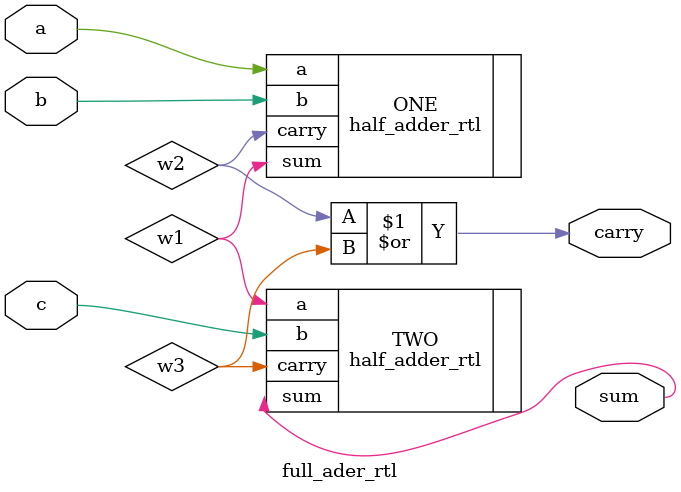
<source format=v>
module full_ader_rtl(input a,b,c,output sum,carry);

wire w1,w2,w3;

half_adder_rtl ONE (.a(a),.b(b),.sum(w1),.carry(w2));
half_adder_rtl TWO (.a(w1),.b(c),.sum(sum),.carry(w3));
or CARRY (carry,w2,w3);

endmodule




</source>
